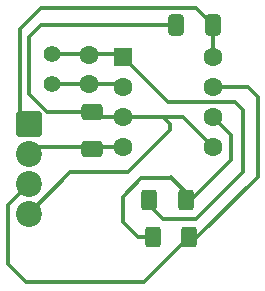
<source format=gbr>
%TF.GenerationSoftware,KiCad,Pcbnew,9.0.3*%
%TF.CreationDate,2025-07-31T14:20:50-07:00*%
%TF.ProjectId,electrometer,656c6563-7472-46f6-9d65-7465722e6b69,rev?*%
%TF.SameCoordinates,Original*%
%TF.FileFunction,Copper,L1,Top*%
%TF.FilePolarity,Positive*%
%FSLAX46Y46*%
G04 Gerber Fmt 4.6, Leading zero omitted, Abs format (unit mm)*
G04 Created by KiCad (PCBNEW 9.0.3) date 2025-07-31 14:20:50*
%MOMM*%
%LPD*%
G01*
G04 APERTURE LIST*
G04 Aperture macros list*
%AMRoundRect*
0 Rectangle with rounded corners*
0 $1 Rounding radius*
0 $2 $3 $4 $5 $6 $7 $8 $9 X,Y pos of 4 corners*
0 Add a 4 corners polygon primitive as box body*
4,1,4,$2,$3,$4,$5,$6,$7,$8,$9,$2,$3,0*
0 Add four circle primitives for the rounded corners*
1,1,$1+$1,$2,$3*
1,1,$1+$1,$4,$5*
1,1,$1+$1,$6,$7*
1,1,$1+$1,$8,$9*
0 Add four rect primitives between the rounded corners*
20,1,$1+$1,$2,$3,$4,$5,0*
20,1,$1+$1,$4,$5,$6,$7,0*
20,1,$1+$1,$6,$7,$8,$9,0*
20,1,$1+$1,$8,$9,$2,$3,0*%
G04 Aperture macros list end*
%TA.AperFunction,SMDPad,CuDef*%
%ADD10RoundRect,0.250000X-0.400000X-0.625000X0.400000X-0.625000X0.400000X0.625000X-0.400000X0.625000X0*%
%TD*%
%TA.AperFunction,ComponentPad*%
%ADD11RoundRect,0.250000X-0.550000X-0.550000X0.550000X-0.550000X0.550000X0.550000X-0.550000X0.550000X0*%
%TD*%
%TA.AperFunction,ComponentPad*%
%ADD12C,1.600000*%
%TD*%
%TA.AperFunction,ComponentPad*%
%ADD13RoundRect,0.249999X-0.850001X0.850001X-0.850001X-0.850001X0.850001X-0.850001X0.850001X0.850001X0*%
%TD*%
%TA.AperFunction,ComponentPad*%
%ADD14C,2.200000*%
%TD*%
%TA.AperFunction,ComponentPad*%
%ADD15C,1.400000*%
%TD*%
%TA.AperFunction,SMDPad,CuDef*%
%ADD16RoundRect,0.250000X0.412500X0.650000X-0.412500X0.650000X-0.412500X-0.650000X0.412500X-0.650000X0*%
%TD*%
%TA.AperFunction,SMDPad,CuDef*%
%ADD17RoundRect,0.250000X0.650000X-0.412500X0.650000X0.412500X-0.650000X0.412500X-0.650000X-0.412500X0*%
%TD*%
%TA.AperFunction,Conductor*%
%ADD18C,0.300000*%
%TD*%
G04 APERTURE END LIST*
D10*
%TO.P,R2,1*%
%TO.N,Net-(C1-Pad2)*%
X129298000Y-99799000D03*
%TO.P,R2,2*%
%TO.N,Net-(U1B--)*%
X132398000Y-99799000D03*
%TD*%
D11*
%TO.P,U1,1*%
%TO.N,Net-(C1-Pad2)*%
X127043000Y-87734000D03*
D12*
%TO.P,U1,2,-*%
%TO.N,Net-(U1A--)*%
X127043000Y-90274000D03*
%TO.P,U1,3,+*%
%TO.N,GND*%
X127043000Y-92814000D03*
%TO.P,U1,4,V-*%
%TO.N,-9V*%
X127043000Y-95354000D03*
%TO.P,U1,5,+*%
%TO.N,GND*%
X134663000Y-95354000D03*
%TO.P,U1,6,-*%
%TO.N,Net-(U1B--)*%
X134663000Y-92814000D03*
%TO.P,U1,7*%
%TO.N,Net-(J1-Pin_3)*%
X134663000Y-90274000D03*
%TO.P,U1,8,V+*%
%TO.N,+9V*%
X134663000Y-87734000D03*
%TD*%
D13*
%TO.P,J1,1,Pin_1*%
%TO.N,+9V*%
X119126000Y-93362000D03*
D14*
%TO.P,J1,2,Pin_2*%
%TO.N,-9V*%
X119126000Y-95902000D03*
%TO.P,J1,3,Pin_3*%
%TO.N,Net-(J1-Pin_3)*%
X119126000Y-98442000D03*
%TO.P,J1,4,Pin_4*%
%TO.N,GND*%
X119126000Y-100982000D03*
%TD*%
D10*
%TO.P,R9,1*%
%TO.N,Net-(U1B--)*%
X129578000Y-102974000D03*
%TO.P,R9,2*%
%TO.N,Net-(J1-Pin_3)*%
X132678000Y-102974000D03*
%TD*%
D15*
%TO.P,R1,1*%
%TO.N,Net-(U1A--)*%
X121038000Y-90010000D03*
%TO.P,R1,2*%
%TO.N,Net-(C1-Pad2)*%
X121038000Y-87470000D03*
%TD*%
D16*
%TO.P,C3,1*%
%TO.N,+9V*%
X134658500Y-84980000D03*
%TO.P,C3,2*%
%TO.N,GND*%
X131533500Y-84980000D03*
%TD*%
D17*
%TO.P,C2,1*%
%TO.N,-9V*%
X124460000Y-95471000D03*
%TO.P,C2,2*%
%TO.N,GND*%
X124460000Y-92346000D03*
%TD*%
D12*
%TO.P,C1,1*%
%TO.N,Net-(U1A--)*%
X124206000Y-90020000D03*
%TO.P,C1,2*%
%TO.N,Net-(C1-Pad2)*%
X124206000Y-87520000D03*
%TD*%
D18*
%TO.N,Net-(J1-Pin_3)*%
X118872000Y-106784000D02*
X128868000Y-106784000D01*
X117348000Y-105260000D02*
X118872000Y-106784000D01*
X128868000Y-106784000D02*
X132678000Y-102974000D01*
X117348000Y-100220000D02*
X117348000Y-105260000D01*
X119126000Y-98442000D02*
X117348000Y-100220000D01*
%TO.N,+9V*%
X133244500Y-83566000D02*
X134658500Y-84980000D01*
X120142000Y-83566000D02*
X133244500Y-83566000D01*
X118364000Y-85344000D02*
X120142000Y-83566000D01*
X118364000Y-92600000D02*
X118364000Y-85344000D01*
X119126000Y-93362000D02*
X118364000Y-92600000D01*
%TO.N,Net-(U1B--)*%
X128308000Y-102974000D02*
X129578000Y-102974000D01*
X131172000Y-97938000D02*
X128630000Y-97938000D01*
X132398000Y-99164000D02*
X131172000Y-97938000D01*
X128630000Y-97938000D02*
X127038000Y-99530000D01*
X127038000Y-99530000D02*
X127038000Y-101704000D01*
X127038000Y-101704000D02*
X128308000Y-102974000D01*
X131128000Y-97894000D02*
X132398000Y-99164000D01*
%TO.N,GND*%
X131064000Y-93410000D02*
X130468000Y-92814000D01*
X131064000Y-93931000D02*
X131064000Y-93410000D01*
X127508000Y-97487000D02*
X131064000Y-93931000D01*
X122621000Y-97487000D02*
X127508000Y-97487000D01*
X119126000Y-100982000D02*
X122621000Y-97487000D01*
X120142000Y-84980000D02*
X131533500Y-84980000D01*
X120666870Y-92346000D02*
X119126000Y-90805130D01*
X119126000Y-85996000D02*
X120142000Y-84980000D01*
X124460000Y-92346000D02*
X120666870Y-92346000D01*
X119126000Y-90805130D02*
X119126000Y-85996000D01*
X127043000Y-92814000D02*
X124928000Y-92814000D01*
X124928000Y-92814000D02*
X124460000Y-92346000D01*
%TO.N,Net-(C1-Pad2)*%
X133228514Y-101450000D02*
X137198000Y-97480514D01*
X130499000Y-101450000D02*
X133228514Y-101450000D01*
%TO.N,+9V*%
X134663000Y-85061500D02*
X134620000Y-85018500D01*
X134663000Y-87734000D02*
X134663000Y-85061500D01*
%TO.N,-9V*%
X119674000Y-95354000D02*
X119126000Y-95902000D01*
X127043000Y-95354000D02*
X119674000Y-95354000D01*
%TO.N,Net-(J1-Pin_3)*%
X137668000Y-90274000D02*
X137668000Y-90276000D01*
X137668000Y-90276000D02*
X138468000Y-91076000D01*
%TO.N,Net-(U1B--)*%
X136182000Y-96423000D02*
X136182000Y-94333000D01*
X132806000Y-99799000D02*
X136182000Y-96423000D01*
X132398000Y-99799000D02*
X132806000Y-99799000D01*
X136182000Y-94333000D02*
X134663000Y-92814000D01*
%TO.N,Net-(U1A--)*%
X126779000Y-90010000D02*
X127043000Y-90274000D01*
X121038000Y-90010000D02*
X126779000Y-90010000D01*
%TO.N,GND*%
X127043000Y-92814000D02*
X130468000Y-92814000D01*
%TO.N,Net-(J1-Pin_3)*%
X134663000Y-90274000D02*
X137668000Y-90274000D01*
%TO.N,Net-(U1A--)*%
X126763000Y-90554000D02*
X127043000Y-90274000D01*
%TO.N,GND*%
X130468000Y-92814000D02*
X132123000Y-92814000D01*
%TO.N,Net-(J1-Pin_3)*%
X133350500Y-102974000D02*
X132678000Y-102974000D01*
X138468000Y-91076000D02*
X138468000Y-97856500D01*
%TO.N,GND*%
X132123000Y-92814000D02*
X134663000Y-95354000D01*
%TO.N,Net-(J1-Pin_3)*%
X138468000Y-97856500D02*
X133350500Y-102974000D01*
%TO.N,Net-(C1-Pad2)*%
X126763000Y-87454000D02*
X127043000Y-87734000D01*
X136563000Y-91544000D02*
X130853000Y-91544000D01*
X137198000Y-97480514D02*
X137198000Y-92179000D01*
X130853000Y-91544000D02*
X127043000Y-87734000D01*
X129298000Y-99799000D02*
X129298000Y-100249000D01*
X129298000Y-100249000D02*
X130499000Y-101450000D01*
X120688000Y-87454000D02*
X126763000Y-87454000D01*
X137198000Y-92179000D02*
X136563000Y-91544000D01*
%TD*%
M02*

</source>
